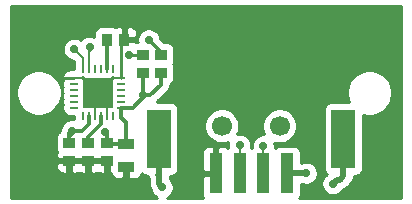
<source format=gtl>
G04 #@! TF.GenerationSoftware,KiCad,Pcbnew,5.1.9-73d0e3b20d~88~ubuntu18.04.1*
G04 #@! TF.CreationDate,2021-03-21T21:22:27-07:00*
G04 #@! TF.ProjectId,accelgyro_mpu6050_d2r2,61636365-6c67-4797-926f-5f6d70753630,rev?*
G04 #@! TF.SameCoordinates,Original*
G04 #@! TF.FileFunction,Copper,L1,Top*
G04 #@! TF.FilePolarity,Positive*
%FSLAX46Y46*%
G04 Gerber Fmt 4.6, Leading zero omitted, Abs format (unit mm)*
G04 Created by KiCad (PCBNEW 5.1.9-73d0e3b20d~88~ubuntu18.04.1) date 2021-03-21 21:22:27*
%MOMM*%
%LPD*%
G01*
G04 APERTURE LIST*
G04 #@! TA.AperFunction,SMDPad,CuDef*
%ADD10R,1.000760X0.899160*%
G04 #@! TD*
G04 #@! TA.AperFunction,SMDPad,CuDef*
%ADD11R,0.899160X1.000760*%
G04 #@! TD*
G04 #@! TA.AperFunction,SMDPad,CuDef*
%ADD12R,2.499360X2.499360*%
G04 #@! TD*
G04 #@! TA.AperFunction,SMDPad,CuDef*
%ADD13O,0.800100X0.248920*%
G04 #@! TD*
G04 #@! TA.AperFunction,SMDPad,CuDef*
%ADD14O,0.248920X0.800100*%
G04 #@! TD*
G04 #@! TA.AperFunction,ComponentPad*
%ADD15C,0.600000*%
G04 #@! TD*
G04 #@! TA.AperFunction,SMDPad,CuDef*
%ADD16R,1.397000X0.889000*%
G04 #@! TD*
G04 #@! TA.AperFunction,SMDPad,CuDef*
%ADD17R,2.000000X5.000000*%
G04 #@! TD*
G04 #@! TA.AperFunction,WasherPad*
%ADD18C,1.700000*%
G04 #@! TD*
G04 #@! TA.AperFunction,SMDPad,CuDef*
%ADD19R,1.120000X3.390000*%
G04 #@! TD*
G04 #@! TA.AperFunction,ViaPad*
%ADD20C,0.700000*%
G04 #@! TD*
G04 #@! TA.AperFunction,Conductor*
%ADD21C,0.300000*%
G04 #@! TD*
G04 #@! TA.AperFunction,Conductor*
%ADD22C,0.200000*%
G04 #@! TD*
G04 #@! TA.AperFunction,Conductor*
%ADD23C,0.500000*%
G04 #@! TD*
G04 #@! TA.AperFunction,Conductor*
%ADD24C,0.250000*%
G04 #@! TD*
G04 #@! TA.AperFunction,Conductor*
%ADD25C,0.254000*%
G04 #@! TD*
G04 #@! TA.AperFunction,Conductor*
%ADD26C,0.150000*%
G04 #@! TD*
G04 APERTURE END LIST*
D10*
X140600000Y-105751840D03*
X140600000Y-104248160D03*
D11*
X145251840Y-95500000D03*
X143748160Y-95500000D03*
D10*
X142200000Y-105751840D03*
X142200000Y-104248160D03*
X143800000Y-105751840D03*
X143800000Y-104248160D03*
D12*
X143000000Y-100000000D03*
D13*
X141001020Y-98750320D03*
X141001020Y-99250700D03*
X141001020Y-99751080D03*
X141001020Y-100248920D03*
X141001020Y-100749300D03*
X141001020Y-101249680D03*
D14*
X141750320Y-101998980D03*
X142250700Y-101998980D03*
X142751080Y-101998980D03*
X143248920Y-101998980D03*
X143749300Y-101998980D03*
X144249680Y-101998980D03*
D13*
X144998980Y-101249680D03*
X144998980Y-100749300D03*
X144998980Y-100248920D03*
X144998980Y-99751080D03*
X144998980Y-99250700D03*
X144998980Y-98750320D03*
D14*
X144249680Y-98001020D03*
X143749300Y-98001020D03*
X143248920Y-98001020D03*
X142751080Y-98001020D03*
X142250700Y-98001020D03*
X141750320Y-98001020D03*
D15*
X143000000Y-100000000D03*
X143762000Y-99238000D03*
X142238000Y-99238000D03*
X143762000Y-100762000D03*
X142238000Y-100762000D03*
D16*
X145400000Y-104347500D03*
X145400000Y-106252500D03*
D17*
X148200000Y-103900000D03*
X163800000Y-103900000D03*
D18*
X153500000Y-102800000D03*
D19*
X153000000Y-106800000D03*
X159000000Y-106800000D03*
X157000000Y-106800000D03*
X155000000Y-106800000D03*
D18*
X158400000Y-102800000D03*
D10*
X146812000Y-96784160D03*
X146812000Y-98287840D03*
X148336000Y-98287840D03*
X148336000Y-96784160D03*
D20*
X155000000Y-104450000D03*
X142300000Y-96150000D03*
X145600000Y-96800000D03*
X157000000Y-104500000D03*
X141000000Y-96300000D03*
X147320000Y-95504000D03*
X146800000Y-100200000D03*
X143600000Y-103300000D03*
X140800000Y-103200000D03*
X160650000Y-106800000D03*
X148450000Y-108000000D03*
X162900000Y-107700000D03*
D21*
X144249680Y-98750320D02*
X143000000Y-100000000D01*
X141750320Y-98750320D02*
X143000000Y-100000000D01*
D22*
X143149250Y-100000000D02*
X143000000Y-100000000D01*
X144398930Y-98750320D02*
X143149250Y-100000000D01*
X144998980Y-98750320D02*
X144398930Y-98750320D01*
X141750320Y-98750320D02*
X142238000Y-99238000D01*
X141001020Y-98750320D02*
X141750320Y-98750320D01*
X142751080Y-100248920D02*
X143000000Y-100000000D01*
X142751080Y-101998980D02*
X142751080Y-100248920D01*
X143749300Y-100749300D02*
X143000000Y-100000000D01*
X143749300Y-101998980D02*
X143749300Y-100749300D01*
D23*
X145400000Y-107197000D02*
X145400000Y-106252500D01*
X145400000Y-107197000D02*
X145147000Y-107450000D01*
X143800000Y-107200000D02*
X143800000Y-105751840D01*
X144050000Y-107450000D02*
X143800000Y-107200000D01*
X144550000Y-107450000D02*
X144050000Y-107450000D01*
X145147000Y-107450000D02*
X144550000Y-107450000D01*
X142200000Y-107200000D02*
X142200000Y-105751840D01*
X142450000Y-107450000D02*
X142200000Y-107200000D01*
X143300000Y-107450000D02*
X142450000Y-107450000D01*
X143300000Y-107450000D02*
X141250000Y-107450000D01*
X144550000Y-107450000D02*
X143300000Y-107450000D01*
X140600000Y-106800000D02*
X140600000Y-105751840D01*
X141250000Y-107450000D02*
X140600000Y-106800000D01*
D24*
X144998980Y-95752860D02*
X145251840Y-95500000D01*
X144998980Y-98750320D02*
X144998980Y-95752860D01*
X141001020Y-98750320D02*
X140150320Y-98750320D01*
D22*
X155000000Y-106800000D02*
X155000000Y-104450000D01*
X142300000Y-96150000D02*
X142250700Y-96899300D01*
X142250700Y-96899300D02*
X142250700Y-98001020D01*
D24*
X146314160Y-96784160D02*
X146812000Y-96784160D01*
X145600000Y-96800000D02*
X146314160Y-96784160D01*
D22*
X157000000Y-106800000D02*
X157000000Y-104500000D01*
X141750320Y-97050320D02*
X141750320Y-98001020D01*
X141000000Y-96300000D02*
X141750320Y-97050320D01*
D24*
X148336000Y-96784160D02*
X148336000Y-96520000D01*
X148336000Y-96520000D02*
X147320000Y-95504000D01*
D21*
X140600000Y-104248160D02*
X140600000Y-103400000D01*
X143800000Y-103500000D02*
X143800000Y-104248160D01*
X143600000Y-103300000D02*
X143800000Y-103500000D01*
X140600000Y-103400000D02*
X140800000Y-103200000D01*
X144998980Y-101249680D02*
X145950320Y-101249680D01*
X145950320Y-101249680D02*
X146900000Y-100300000D01*
X140600000Y-103700000D02*
X140600000Y-104248160D01*
X141100000Y-103200000D02*
X140600000Y-103700000D01*
X141700000Y-103200000D02*
X141100000Y-103200000D01*
X142250700Y-102649300D02*
X141700000Y-103200000D01*
X142250700Y-101998980D02*
X142250700Y-102649300D01*
X143899340Y-104347500D02*
X143800000Y-104248160D01*
X145400000Y-104347500D02*
X143899340Y-104347500D01*
X145400000Y-102500000D02*
X145400000Y-104347500D01*
X144998980Y-102098980D02*
X145400000Y-102500000D01*
X144998980Y-101249680D02*
X144998980Y-102098980D01*
D23*
X159000000Y-106800000D02*
X160650000Y-106800000D01*
D21*
X146800000Y-98324278D02*
X146824219Y-98300059D01*
X146800000Y-100200000D02*
X146800000Y-98324278D01*
X146800000Y-100200000D02*
X147450000Y-100200000D01*
X148336000Y-99314000D02*
X148336000Y-98287840D01*
X147450000Y-100200000D02*
X148336000Y-99314000D01*
X143749300Y-95501140D02*
X143748160Y-95500000D01*
X143749300Y-98001020D02*
X143749300Y-95501140D01*
X142200000Y-103700000D02*
X142200000Y-104248160D01*
X143248920Y-102651080D02*
X142200000Y-103700000D01*
X143248920Y-101998980D02*
X143248920Y-102651080D01*
D23*
X148200000Y-106900000D02*
X148110010Y-106989990D01*
X148200000Y-103900000D02*
X148200000Y-106900000D01*
X148200000Y-106900000D02*
X148200000Y-107750000D01*
X148200000Y-107750000D02*
X148450000Y-108000000D01*
X163249999Y-107350001D02*
X163500001Y-107350001D01*
X162900000Y-107700000D02*
X163249999Y-107350001D01*
X163800000Y-107050002D02*
X163800000Y-103900000D01*
X163500001Y-107350001D02*
X163800000Y-107050002D01*
D25*
X168673000Y-108873000D02*
X160060897Y-108873000D01*
X160083853Y-108845028D01*
X160142075Y-108736103D01*
X160177927Y-108617913D01*
X160190033Y-108495000D01*
X160190033Y-107677000D01*
X160214242Y-107677000D01*
X160365020Y-107739454D01*
X160553774Y-107777000D01*
X160746226Y-107777000D01*
X160934980Y-107739454D01*
X161112783Y-107665806D01*
X161205620Y-107603774D01*
X161923000Y-107603774D01*
X161923000Y-107796226D01*
X161960546Y-107984980D01*
X162034194Y-108162783D01*
X162141115Y-108322801D01*
X162277199Y-108458885D01*
X162437217Y-108565806D01*
X162615020Y-108639454D01*
X162803774Y-108677000D01*
X162996226Y-108677000D01*
X163184980Y-108639454D01*
X163362783Y-108565806D01*
X163522801Y-108458885D01*
X163658885Y-108322801D01*
X163746490Y-108191691D01*
X163837238Y-108164163D01*
X163989593Y-108082728D01*
X164123134Y-107973134D01*
X164150598Y-107939668D01*
X164389665Y-107700601D01*
X164423133Y-107673135D01*
X164532727Y-107539594D01*
X164614162Y-107387239D01*
X164644720Y-107286502D01*
X164664310Y-107221925D01*
X164681243Y-107050002D01*
X164679276Y-107030033D01*
X164800000Y-107030033D01*
X164922913Y-107017927D01*
X165041103Y-106982075D01*
X165150028Y-106923853D01*
X165245501Y-106845501D01*
X165323853Y-106750028D01*
X165382075Y-106641103D01*
X165417927Y-106522913D01*
X165430033Y-106400000D01*
X165430033Y-101849682D01*
X165437915Y-101852947D01*
X165810207Y-101927000D01*
X166189793Y-101927000D01*
X166562085Y-101852947D01*
X166912777Y-101707685D01*
X167228391Y-101496799D01*
X167496799Y-101228391D01*
X167707685Y-100912777D01*
X167852947Y-100562085D01*
X167927000Y-100189793D01*
X167927000Y-99810207D01*
X167852947Y-99437915D01*
X167707685Y-99087223D01*
X167496799Y-98771609D01*
X167228391Y-98503201D01*
X166912777Y-98292315D01*
X166562085Y-98147053D01*
X166189793Y-98073000D01*
X165810207Y-98073000D01*
X165437915Y-98147053D01*
X165087223Y-98292315D01*
X164771609Y-98503201D01*
X164503201Y-98771609D01*
X164292315Y-99087223D01*
X164147053Y-99437915D01*
X164073000Y-99810207D01*
X164073000Y-100189793D01*
X164147053Y-100562085D01*
X164233161Y-100769967D01*
X162800000Y-100769967D01*
X162677087Y-100782073D01*
X162558897Y-100817925D01*
X162449972Y-100876147D01*
X162354499Y-100954499D01*
X162276147Y-101049972D01*
X162217925Y-101158897D01*
X162182073Y-101277087D01*
X162169967Y-101400000D01*
X162169967Y-106400000D01*
X162182073Y-106522913D01*
X162217925Y-106641103D01*
X162276147Y-106750028D01*
X162354499Y-106845501D01*
X162384028Y-106869734D01*
X162277199Y-106941115D01*
X162141115Y-107077199D01*
X162034194Y-107237217D01*
X161960546Y-107415020D01*
X161923000Y-107603774D01*
X161205620Y-107603774D01*
X161272801Y-107558885D01*
X161408885Y-107422801D01*
X161515806Y-107262783D01*
X161589454Y-107084980D01*
X161627000Y-106896226D01*
X161627000Y-106703774D01*
X161589454Y-106515020D01*
X161515806Y-106337217D01*
X161408885Y-106177199D01*
X161272801Y-106041115D01*
X161112783Y-105934194D01*
X160934980Y-105860546D01*
X160746226Y-105823000D01*
X160553774Y-105823000D01*
X160365020Y-105860546D01*
X160214242Y-105923000D01*
X160190033Y-105923000D01*
X160190033Y-105105000D01*
X160177927Y-104982087D01*
X160142075Y-104863897D01*
X160083853Y-104754972D01*
X160005501Y-104659499D01*
X159910028Y-104581147D01*
X159801103Y-104522925D01*
X159682913Y-104487073D01*
X159560000Y-104474967D01*
X158440000Y-104474967D01*
X158317087Y-104487073D01*
X158198897Y-104522925D01*
X158089972Y-104581147D01*
X158000000Y-104654984D01*
X157970180Y-104630512D01*
X157977000Y-104596226D01*
X157977000Y-104403774D01*
X157939454Y-104215020D01*
X157935909Y-104206461D01*
X157969175Y-104220240D01*
X158254528Y-104277000D01*
X158545472Y-104277000D01*
X158830825Y-104220240D01*
X159099622Y-104108901D01*
X159341533Y-103947261D01*
X159547261Y-103741533D01*
X159708901Y-103499622D01*
X159820240Y-103230825D01*
X159877000Y-102945472D01*
X159877000Y-102654528D01*
X159820240Y-102369175D01*
X159708901Y-102100378D01*
X159547261Y-101858467D01*
X159341533Y-101652739D01*
X159099622Y-101491099D01*
X158830825Y-101379760D01*
X158545472Y-101323000D01*
X158254528Y-101323000D01*
X157969175Y-101379760D01*
X157700378Y-101491099D01*
X157458467Y-101652739D01*
X157252739Y-101858467D01*
X157091099Y-102100378D01*
X156979760Y-102369175D01*
X156923000Y-102654528D01*
X156923000Y-102945472D01*
X156979760Y-103230825D01*
X157091099Y-103499622D01*
X157108328Y-103525407D01*
X157096226Y-103523000D01*
X156903774Y-103523000D01*
X156715020Y-103560546D01*
X156537217Y-103634194D01*
X156377199Y-103741115D01*
X156241115Y-103877199D01*
X156134194Y-104037217D01*
X156060546Y-104215020D01*
X156023000Y-104403774D01*
X156023000Y-104596226D01*
X156029820Y-104630512D01*
X156000000Y-104654984D01*
X155961630Y-104623495D01*
X155977000Y-104546226D01*
X155977000Y-104353774D01*
X155939454Y-104165020D01*
X155865806Y-103987217D01*
X155758885Y-103827199D01*
X155622801Y-103691115D01*
X155462783Y-103584194D01*
X155284980Y-103510546D01*
X155096226Y-103473000D01*
X154903774Y-103473000D01*
X154812400Y-103491176D01*
X154920240Y-103230825D01*
X154977000Y-102945472D01*
X154977000Y-102654528D01*
X154920240Y-102369175D01*
X154808901Y-102100378D01*
X154647261Y-101858467D01*
X154441533Y-101652739D01*
X154199622Y-101491099D01*
X153930825Y-101379760D01*
X153645472Y-101323000D01*
X153354528Y-101323000D01*
X153069175Y-101379760D01*
X152800378Y-101491099D01*
X152558467Y-101652739D01*
X152352739Y-101858467D01*
X152191099Y-102100378D01*
X152079760Y-102369175D01*
X152023000Y-102654528D01*
X152023000Y-102945472D01*
X152079760Y-103230825D01*
X152191099Y-103499622D01*
X152352739Y-103741533D01*
X152558467Y-103947261D01*
X152800378Y-104108901D01*
X153069175Y-104220240D01*
X153354528Y-104277000D01*
X153645472Y-104277000D01*
X153930825Y-104220240D01*
X154060223Y-104166642D01*
X154023000Y-104353774D01*
X154023000Y-104546226D01*
X154038370Y-104623495D01*
X154006305Y-104649810D01*
X153914494Y-104574463D01*
X153804180Y-104515498D01*
X153684482Y-104479188D01*
X153560000Y-104466928D01*
X153285750Y-104470000D01*
X153127000Y-104628750D01*
X153127000Y-106673000D01*
X153147000Y-106673000D01*
X153147000Y-106927000D01*
X153127000Y-106927000D01*
X153127000Y-106947000D01*
X152873000Y-106947000D01*
X152873000Y-106927000D01*
X151963750Y-106927000D01*
X151805000Y-107085750D01*
X151801928Y-108495000D01*
X151814188Y-108619482D01*
X151850498Y-108739180D01*
X151909463Y-108849494D01*
X151928754Y-108873000D01*
X148895415Y-108873000D01*
X148912783Y-108865806D01*
X149072801Y-108758885D01*
X149208885Y-108622801D01*
X149315806Y-108462783D01*
X149389454Y-108284980D01*
X149427000Y-108096226D01*
X149427000Y-107903774D01*
X149389454Y-107715020D01*
X149315806Y-107537217D01*
X149208885Y-107377199D01*
X149077000Y-107245314D01*
X149077000Y-107030033D01*
X149200000Y-107030033D01*
X149322913Y-107017927D01*
X149441103Y-106982075D01*
X149550028Y-106923853D01*
X149645501Y-106845501D01*
X149723853Y-106750028D01*
X149782075Y-106641103D01*
X149817927Y-106522913D01*
X149830033Y-106400000D01*
X149830033Y-105105000D01*
X151801928Y-105105000D01*
X151805000Y-106514250D01*
X151963750Y-106673000D01*
X152873000Y-106673000D01*
X152873000Y-104628750D01*
X152714250Y-104470000D01*
X152440000Y-104466928D01*
X152315518Y-104479188D01*
X152195820Y-104515498D01*
X152085506Y-104574463D01*
X151988815Y-104653815D01*
X151909463Y-104750506D01*
X151850498Y-104860820D01*
X151814188Y-104980518D01*
X151801928Y-105105000D01*
X149830033Y-105105000D01*
X149830033Y-101400000D01*
X149817927Y-101277087D01*
X149782075Y-101158897D01*
X149723853Y-101049972D01*
X149645501Y-100954499D01*
X149550028Y-100876147D01*
X149441103Y-100817925D01*
X149322913Y-100782073D01*
X149200000Y-100769967D01*
X147980284Y-100769967D01*
X148002080Y-100752080D01*
X148026412Y-100722431D01*
X148858437Y-99890407D01*
X148888080Y-99866080D01*
X148912409Y-99836435D01*
X148985177Y-99747767D01*
X149057327Y-99612784D01*
X149060062Y-99603768D01*
X149101757Y-99466319D01*
X149113000Y-99352166D01*
X149113000Y-99352157D01*
X149116758Y-99314001D01*
X149115308Y-99299277D01*
X149186408Y-99261273D01*
X149281881Y-99182921D01*
X149360233Y-99087448D01*
X149418455Y-98978523D01*
X149454307Y-98860333D01*
X149466413Y-98737420D01*
X149466413Y-97838260D01*
X149454307Y-97715347D01*
X149418455Y-97597157D01*
X149385766Y-97536000D01*
X149418455Y-97474843D01*
X149454307Y-97356653D01*
X149466413Y-97233740D01*
X149466413Y-96334580D01*
X149454307Y-96211667D01*
X149418455Y-96093477D01*
X149360233Y-95984552D01*
X149281881Y-95889079D01*
X149186408Y-95810727D01*
X149077483Y-95752505D01*
X148959293Y-95716653D01*
X148836380Y-95704547D01*
X148584036Y-95704547D01*
X148297000Y-95417512D01*
X148297000Y-95407774D01*
X148259454Y-95219020D01*
X148185806Y-95041217D01*
X148078885Y-94881199D01*
X147942801Y-94745115D01*
X147782783Y-94638194D01*
X147604980Y-94564546D01*
X147416226Y-94527000D01*
X147223774Y-94527000D01*
X147035020Y-94564546D01*
X146857217Y-94638194D01*
X146697199Y-94745115D01*
X146561115Y-94881199D01*
X146454194Y-95041217D01*
X146380546Y-95219020D01*
X146343000Y-95407774D01*
X146343000Y-95600226D01*
X146363751Y-95704547D01*
X146311620Y-95704547D01*
X146260274Y-95709604D01*
X146177670Y-95627000D01*
X145378840Y-95627000D01*
X145378840Y-95647000D01*
X145124840Y-95647000D01*
X145124840Y-95627000D01*
X145104840Y-95627000D01*
X145104840Y-95373000D01*
X145124840Y-95373000D01*
X145124840Y-94523370D01*
X145378840Y-94523370D01*
X145378840Y-95373000D01*
X146177670Y-95373000D01*
X146336420Y-95214250D01*
X146339492Y-94999620D01*
X146327232Y-94875138D01*
X146290922Y-94755440D01*
X146231957Y-94645126D01*
X146152605Y-94548435D01*
X146055914Y-94469083D01*
X145945600Y-94410118D01*
X145825902Y-94373808D01*
X145701420Y-94361548D01*
X145537590Y-94364620D01*
X145378840Y-94523370D01*
X145124840Y-94523370D01*
X144966090Y-94364620D01*
X144802260Y-94361548D01*
X144677778Y-94373808D01*
X144558080Y-94410118D01*
X144491514Y-94445699D01*
X144438843Y-94417545D01*
X144320653Y-94381693D01*
X144197740Y-94369587D01*
X143298580Y-94369587D01*
X143175667Y-94381693D01*
X143057477Y-94417545D01*
X142948552Y-94475767D01*
X142853079Y-94554119D01*
X142774727Y-94649592D01*
X142716505Y-94758517D01*
X142680653Y-94876707D01*
X142668547Y-94999620D01*
X142668547Y-95245160D01*
X142584980Y-95210546D01*
X142396226Y-95173000D01*
X142203774Y-95173000D01*
X142015020Y-95210546D01*
X141837217Y-95284194D01*
X141677199Y-95391115D01*
X141565492Y-95502822D01*
X141462783Y-95434194D01*
X141284980Y-95360546D01*
X141096226Y-95323000D01*
X140903774Y-95323000D01*
X140715020Y-95360546D01*
X140537217Y-95434194D01*
X140377199Y-95541115D01*
X140241115Y-95677199D01*
X140134194Y-95837217D01*
X140060546Y-96015020D01*
X140023000Y-96203774D01*
X140023000Y-96396226D01*
X140060546Y-96584980D01*
X140134194Y-96762783D01*
X140241115Y-96922801D01*
X140377199Y-97058885D01*
X140537217Y-97165806D01*
X140715020Y-97239454D01*
X140903774Y-97277000D01*
X140948867Y-97277000D01*
X141023320Y-97351454D01*
X141023321Y-97533329D01*
X141009734Y-97578118D01*
X140998860Y-97688523D01*
X140998860Y-97990860D01*
X140598430Y-97990860D01*
X140452707Y-98030229D01*
X140317465Y-98097271D01*
X140197900Y-98189409D01*
X140098608Y-98303103D01*
X140023405Y-98433983D01*
X139975320Y-98631514D01*
X140124720Y-98750320D01*
X139975320Y-98869126D01*
X140011198Y-99016511D01*
X139984844Y-99103388D01*
X139970335Y-99250700D01*
X139984844Y-99398012D01*
X140016052Y-99500890D01*
X139984844Y-99603768D01*
X139970335Y-99751080D01*
X139984844Y-99898392D01*
X140015666Y-100000000D01*
X139984844Y-100101608D01*
X139970335Y-100248920D01*
X139984844Y-100396232D01*
X140016052Y-100499110D01*
X139984844Y-100601988D01*
X139970335Y-100749300D01*
X139984844Y-100896612D01*
X140016052Y-100999490D01*
X139984844Y-101102368D01*
X139970335Y-101249680D01*
X139984844Y-101396992D01*
X140027813Y-101538642D01*
X140097591Y-101669188D01*
X140191497Y-101783613D01*
X140305922Y-101877519D01*
X140436468Y-101947297D01*
X140578118Y-101990266D01*
X140688523Y-102001140D01*
X140998860Y-102001140D01*
X140998860Y-102243415D01*
X140896226Y-102223000D01*
X140703774Y-102223000D01*
X140515020Y-102260546D01*
X140337217Y-102334194D01*
X140177199Y-102441115D01*
X140041115Y-102577199D01*
X139934194Y-102737217D01*
X139860546Y-102915020D01*
X139823000Y-103103774D01*
X139823000Y-103235489D01*
X139749592Y-103274727D01*
X139654119Y-103353079D01*
X139575767Y-103448552D01*
X139517545Y-103557477D01*
X139481693Y-103675667D01*
X139469587Y-103798580D01*
X139469587Y-104697740D01*
X139481693Y-104820653D01*
X139517545Y-104938843D01*
X139545699Y-104991514D01*
X139510118Y-105058080D01*
X139473808Y-105177778D01*
X139461548Y-105302260D01*
X139464620Y-105466090D01*
X139623370Y-105624840D01*
X140473000Y-105624840D01*
X140473000Y-105604840D01*
X140727000Y-105604840D01*
X140727000Y-105624840D01*
X142073000Y-105624840D01*
X142073000Y-105604840D01*
X142327000Y-105604840D01*
X142327000Y-105624840D01*
X143673000Y-105624840D01*
X143673000Y-105604840D01*
X143927000Y-105604840D01*
X143927000Y-105624840D01*
X143947000Y-105624840D01*
X143947000Y-105878840D01*
X143927000Y-105878840D01*
X143927000Y-106677670D01*
X144077811Y-106828481D01*
X144111998Y-106941180D01*
X144170963Y-107051494D01*
X144250315Y-107148185D01*
X144347006Y-107227537D01*
X144457320Y-107286502D01*
X144577018Y-107322812D01*
X144701500Y-107335072D01*
X145114250Y-107332000D01*
X145273000Y-107173250D01*
X145273000Y-106379500D01*
X145253000Y-106379500D01*
X145253000Y-106125500D01*
X145273000Y-106125500D01*
X145273000Y-106105500D01*
X145527000Y-106105500D01*
X145527000Y-106125500D01*
X145547000Y-106125500D01*
X145547000Y-106379500D01*
X145527000Y-106379500D01*
X145527000Y-107173250D01*
X145685750Y-107332000D01*
X146098500Y-107335072D01*
X146222982Y-107322812D01*
X146342680Y-107286502D01*
X146452994Y-107227537D01*
X146549685Y-107148185D01*
X146629037Y-107051494D01*
X146688002Y-106941180D01*
X146724312Y-106821482D01*
X146725434Y-106810085D01*
X146754499Y-106845501D01*
X146849972Y-106923853D01*
X146958897Y-106982075D01*
X147077087Y-107017927D01*
X147200000Y-107030033D01*
X147232711Y-107030033D01*
X147245700Y-107161912D01*
X147295848Y-107327226D01*
X147323000Y-107378024D01*
X147323000Y-107706921D01*
X147318757Y-107750000D01*
X147335690Y-107921922D01*
X147385838Y-108087236D01*
X147467274Y-108239592D01*
X147516684Y-108299799D01*
X147584194Y-108462783D01*
X147691115Y-108622801D01*
X147827199Y-108758885D01*
X147987217Y-108865806D01*
X148004585Y-108873000D01*
X135677000Y-108873000D01*
X135677000Y-106201420D01*
X139461548Y-106201420D01*
X139473808Y-106325902D01*
X139510118Y-106445600D01*
X139569083Y-106555914D01*
X139648435Y-106652605D01*
X139745126Y-106731957D01*
X139855440Y-106790922D01*
X139975138Y-106827232D01*
X140099620Y-106839492D01*
X140314250Y-106836420D01*
X140473000Y-106677670D01*
X140473000Y-105878840D01*
X140727000Y-105878840D01*
X140727000Y-106677670D01*
X140885750Y-106836420D01*
X141100380Y-106839492D01*
X141224862Y-106827232D01*
X141344560Y-106790922D01*
X141400000Y-106761288D01*
X141455440Y-106790922D01*
X141575138Y-106827232D01*
X141699620Y-106839492D01*
X141914250Y-106836420D01*
X142073000Y-106677670D01*
X142073000Y-105878840D01*
X142327000Y-105878840D01*
X142327000Y-106677670D01*
X142485750Y-106836420D01*
X142700380Y-106839492D01*
X142824862Y-106827232D01*
X142944560Y-106790922D01*
X143000000Y-106761288D01*
X143055440Y-106790922D01*
X143175138Y-106827232D01*
X143299620Y-106839492D01*
X143514250Y-106836420D01*
X143673000Y-106677670D01*
X143673000Y-105878840D01*
X142327000Y-105878840D01*
X142073000Y-105878840D01*
X140727000Y-105878840D01*
X140473000Y-105878840D01*
X139623370Y-105878840D01*
X139464620Y-106037590D01*
X139461548Y-106201420D01*
X135677000Y-106201420D01*
X135677000Y-99810207D01*
X136073000Y-99810207D01*
X136073000Y-100189793D01*
X136147053Y-100562085D01*
X136292315Y-100912777D01*
X136503201Y-101228391D01*
X136771609Y-101496799D01*
X137087223Y-101707685D01*
X137437915Y-101852947D01*
X137810207Y-101927000D01*
X138189793Y-101927000D01*
X138562085Y-101852947D01*
X138912777Y-101707685D01*
X139228391Y-101496799D01*
X139496799Y-101228391D01*
X139707685Y-100912777D01*
X139852947Y-100562085D01*
X139927000Y-100189793D01*
X139927000Y-99810207D01*
X139852947Y-99437915D01*
X139707685Y-99087223D01*
X139496799Y-98771609D01*
X139228391Y-98503201D01*
X138912777Y-98292315D01*
X138562085Y-98147053D01*
X138189793Y-98073000D01*
X137810207Y-98073000D01*
X137437915Y-98147053D01*
X137087223Y-98292315D01*
X136771609Y-98503201D01*
X136503201Y-98771609D01*
X136292315Y-99087223D01*
X136147053Y-99437915D01*
X136073000Y-99810207D01*
X135677000Y-99810207D01*
X135677000Y-92677000D01*
X168673000Y-92677000D01*
X168673000Y-108873000D01*
G04 #@! TA.AperFunction,Conductor*
D26*
G36*
X168673000Y-108873000D02*
G01*
X160060897Y-108873000D01*
X160083853Y-108845028D01*
X160142075Y-108736103D01*
X160177927Y-108617913D01*
X160190033Y-108495000D01*
X160190033Y-107677000D01*
X160214242Y-107677000D01*
X160365020Y-107739454D01*
X160553774Y-107777000D01*
X160746226Y-107777000D01*
X160934980Y-107739454D01*
X161112783Y-107665806D01*
X161205620Y-107603774D01*
X161923000Y-107603774D01*
X161923000Y-107796226D01*
X161960546Y-107984980D01*
X162034194Y-108162783D01*
X162141115Y-108322801D01*
X162277199Y-108458885D01*
X162437217Y-108565806D01*
X162615020Y-108639454D01*
X162803774Y-108677000D01*
X162996226Y-108677000D01*
X163184980Y-108639454D01*
X163362783Y-108565806D01*
X163522801Y-108458885D01*
X163658885Y-108322801D01*
X163746490Y-108191691D01*
X163837238Y-108164163D01*
X163989593Y-108082728D01*
X164123134Y-107973134D01*
X164150598Y-107939668D01*
X164389665Y-107700601D01*
X164423133Y-107673135D01*
X164532727Y-107539594D01*
X164614162Y-107387239D01*
X164644720Y-107286502D01*
X164664310Y-107221925D01*
X164681243Y-107050002D01*
X164679276Y-107030033D01*
X164800000Y-107030033D01*
X164922913Y-107017927D01*
X165041103Y-106982075D01*
X165150028Y-106923853D01*
X165245501Y-106845501D01*
X165323853Y-106750028D01*
X165382075Y-106641103D01*
X165417927Y-106522913D01*
X165430033Y-106400000D01*
X165430033Y-101849682D01*
X165437915Y-101852947D01*
X165810207Y-101927000D01*
X166189793Y-101927000D01*
X166562085Y-101852947D01*
X166912777Y-101707685D01*
X167228391Y-101496799D01*
X167496799Y-101228391D01*
X167707685Y-100912777D01*
X167852947Y-100562085D01*
X167927000Y-100189793D01*
X167927000Y-99810207D01*
X167852947Y-99437915D01*
X167707685Y-99087223D01*
X167496799Y-98771609D01*
X167228391Y-98503201D01*
X166912777Y-98292315D01*
X166562085Y-98147053D01*
X166189793Y-98073000D01*
X165810207Y-98073000D01*
X165437915Y-98147053D01*
X165087223Y-98292315D01*
X164771609Y-98503201D01*
X164503201Y-98771609D01*
X164292315Y-99087223D01*
X164147053Y-99437915D01*
X164073000Y-99810207D01*
X164073000Y-100189793D01*
X164147053Y-100562085D01*
X164233161Y-100769967D01*
X162800000Y-100769967D01*
X162677087Y-100782073D01*
X162558897Y-100817925D01*
X162449972Y-100876147D01*
X162354499Y-100954499D01*
X162276147Y-101049972D01*
X162217925Y-101158897D01*
X162182073Y-101277087D01*
X162169967Y-101400000D01*
X162169967Y-106400000D01*
X162182073Y-106522913D01*
X162217925Y-106641103D01*
X162276147Y-106750028D01*
X162354499Y-106845501D01*
X162384028Y-106869734D01*
X162277199Y-106941115D01*
X162141115Y-107077199D01*
X162034194Y-107237217D01*
X161960546Y-107415020D01*
X161923000Y-107603774D01*
X161205620Y-107603774D01*
X161272801Y-107558885D01*
X161408885Y-107422801D01*
X161515806Y-107262783D01*
X161589454Y-107084980D01*
X161627000Y-106896226D01*
X161627000Y-106703774D01*
X161589454Y-106515020D01*
X161515806Y-106337217D01*
X161408885Y-106177199D01*
X161272801Y-106041115D01*
X161112783Y-105934194D01*
X160934980Y-105860546D01*
X160746226Y-105823000D01*
X160553774Y-105823000D01*
X160365020Y-105860546D01*
X160214242Y-105923000D01*
X160190033Y-105923000D01*
X160190033Y-105105000D01*
X160177927Y-104982087D01*
X160142075Y-104863897D01*
X160083853Y-104754972D01*
X160005501Y-104659499D01*
X159910028Y-104581147D01*
X159801103Y-104522925D01*
X159682913Y-104487073D01*
X159560000Y-104474967D01*
X158440000Y-104474967D01*
X158317087Y-104487073D01*
X158198897Y-104522925D01*
X158089972Y-104581147D01*
X158000000Y-104654984D01*
X157970180Y-104630512D01*
X157977000Y-104596226D01*
X157977000Y-104403774D01*
X157939454Y-104215020D01*
X157935909Y-104206461D01*
X157969175Y-104220240D01*
X158254528Y-104277000D01*
X158545472Y-104277000D01*
X158830825Y-104220240D01*
X159099622Y-104108901D01*
X159341533Y-103947261D01*
X159547261Y-103741533D01*
X159708901Y-103499622D01*
X159820240Y-103230825D01*
X159877000Y-102945472D01*
X159877000Y-102654528D01*
X159820240Y-102369175D01*
X159708901Y-102100378D01*
X159547261Y-101858467D01*
X159341533Y-101652739D01*
X159099622Y-101491099D01*
X158830825Y-101379760D01*
X158545472Y-101323000D01*
X158254528Y-101323000D01*
X157969175Y-101379760D01*
X157700378Y-101491099D01*
X157458467Y-101652739D01*
X157252739Y-101858467D01*
X157091099Y-102100378D01*
X156979760Y-102369175D01*
X156923000Y-102654528D01*
X156923000Y-102945472D01*
X156979760Y-103230825D01*
X157091099Y-103499622D01*
X157108328Y-103525407D01*
X157096226Y-103523000D01*
X156903774Y-103523000D01*
X156715020Y-103560546D01*
X156537217Y-103634194D01*
X156377199Y-103741115D01*
X156241115Y-103877199D01*
X156134194Y-104037217D01*
X156060546Y-104215020D01*
X156023000Y-104403774D01*
X156023000Y-104596226D01*
X156029820Y-104630512D01*
X156000000Y-104654984D01*
X155961630Y-104623495D01*
X155977000Y-104546226D01*
X155977000Y-104353774D01*
X155939454Y-104165020D01*
X155865806Y-103987217D01*
X155758885Y-103827199D01*
X155622801Y-103691115D01*
X155462783Y-103584194D01*
X155284980Y-103510546D01*
X155096226Y-103473000D01*
X154903774Y-103473000D01*
X154812400Y-103491176D01*
X154920240Y-103230825D01*
X154977000Y-102945472D01*
X154977000Y-102654528D01*
X154920240Y-102369175D01*
X154808901Y-102100378D01*
X154647261Y-101858467D01*
X154441533Y-101652739D01*
X154199622Y-101491099D01*
X153930825Y-101379760D01*
X153645472Y-101323000D01*
X153354528Y-101323000D01*
X153069175Y-101379760D01*
X152800378Y-101491099D01*
X152558467Y-101652739D01*
X152352739Y-101858467D01*
X152191099Y-102100378D01*
X152079760Y-102369175D01*
X152023000Y-102654528D01*
X152023000Y-102945472D01*
X152079760Y-103230825D01*
X152191099Y-103499622D01*
X152352739Y-103741533D01*
X152558467Y-103947261D01*
X152800378Y-104108901D01*
X153069175Y-104220240D01*
X153354528Y-104277000D01*
X153645472Y-104277000D01*
X153930825Y-104220240D01*
X154060223Y-104166642D01*
X154023000Y-104353774D01*
X154023000Y-104546226D01*
X154038370Y-104623495D01*
X154006305Y-104649810D01*
X153914494Y-104574463D01*
X153804180Y-104515498D01*
X153684482Y-104479188D01*
X153560000Y-104466928D01*
X153285750Y-104470000D01*
X153127000Y-104628750D01*
X153127000Y-106673000D01*
X153147000Y-106673000D01*
X153147000Y-106927000D01*
X153127000Y-106927000D01*
X153127000Y-106947000D01*
X152873000Y-106947000D01*
X152873000Y-106927000D01*
X151963750Y-106927000D01*
X151805000Y-107085750D01*
X151801928Y-108495000D01*
X151814188Y-108619482D01*
X151850498Y-108739180D01*
X151909463Y-108849494D01*
X151928754Y-108873000D01*
X148895415Y-108873000D01*
X148912783Y-108865806D01*
X149072801Y-108758885D01*
X149208885Y-108622801D01*
X149315806Y-108462783D01*
X149389454Y-108284980D01*
X149427000Y-108096226D01*
X149427000Y-107903774D01*
X149389454Y-107715020D01*
X149315806Y-107537217D01*
X149208885Y-107377199D01*
X149077000Y-107245314D01*
X149077000Y-107030033D01*
X149200000Y-107030033D01*
X149322913Y-107017927D01*
X149441103Y-106982075D01*
X149550028Y-106923853D01*
X149645501Y-106845501D01*
X149723853Y-106750028D01*
X149782075Y-106641103D01*
X149817927Y-106522913D01*
X149830033Y-106400000D01*
X149830033Y-105105000D01*
X151801928Y-105105000D01*
X151805000Y-106514250D01*
X151963750Y-106673000D01*
X152873000Y-106673000D01*
X152873000Y-104628750D01*
X152714250Y-104470000D01*
X152440000Y-104466928D01*
X152315518Y-104479188D01*
X152195820Y-104515498D01*
X152085506Y-104574463D01*
X151988815Y-104653815D01*
X151909463Y-104750506D01*
X151850498Y-104860820D01*
X151814188Y-104980518D01*
X151801928Y-105105000D01*
X149830033Y-105105000D01*
X149830033Y-101400000D01*
X149817927Y-101277087D01*
X149782075Y-101158897D01*
X149723853Y-101049972D01*
X149645501Y-100954499D01*
X149550028Y-100876147D01*
X149441103Y-100817925D01*
X149322913Y-100782073D01*
X149200000Y-100769967D01*
X147980284Y-100769967D01*
X148002080Y-100752080D01*
X148026412Y-100722431D01*
X148858437Y-99890407D01*
X148888080Y-99866080D01*
X148912409Y-99836435D01*
X148985177Y-99747767D01*
X149057327Y-99612784D01*
X149060062Y-99603768D01*
X149101757Y-99466319D01*
X149113000Y-99352166D01*
X149113000Y-99352157D01*
X149116758Y-99314001D01*
X149115308Y-99299277D01*
X149186408Y-99261273D01*
X149281881Y-99182921D01*
X149360233Y-99087448D01*
X149418455Y-98978523D01*
X149454307Y-98860333D01*
X149466413Y-98737420D01*
X149466413Y-97838260D01*
X149454307Y-97715347D01*
X149418455Y-97597157D01*
X149385766Y-97536000D01*
X149418455Y-97474843D01*
X149454307Y-97356653D01*
X149466413Y-97233740D01*
X149466413Y-96334580D01*
X149454307Y-96211667D01*
X149418455Y-96093477D01*
X149360233Y-95984552D01*
X149281881Y-95889079D01*
X149186408Y-95810727D01*
X149077483Y-95752505D01*
X148959293Y-95716653D01*
X148836380Y-95704547D01*
X148584036Y-95704547D01*
X148297000Y-95417512D01*
X148297000Y-95407774D01*
X148259454Y-95219020D01*
X148185806Y-95041217D01*
X148078885Y-94881199D01*
X147942801Y-94745115D01*
X147782783Y-94638194D01*
X147604980Y-94564546D01*
X147416226Y-94527000D01*
X147223774Y-94527000D01*
X147035020Y-94564546D01*
X146857217Y-94638194D01*
X146697199Y-94745115D01*
X146561115Y-94881199D01*
X146454194Y-95041217D01*
X146380546Y-95219020D01*
X146343000Y-95407774D01*
X146343000Y-95600226D01*
X146363751Y-95704547D01*
X146311620Y-95704547D01*
X146260274Y-95709604D01*
X146177670Y-95627000D01*
X145378840Y-95627000D01*
X145378840Y-95647000D01*
X145124840Y-95647000D01*
X145124840Y-95627000D01*
X145104840Y-95627000D01*
X145104840Y-95373000D01*
X145124840Y-95373000D01*
X145124840Y-94523370D01*
X145378840Y-94523370D01*
X145378840Y-95373000D01*
X146177670Y-95373000D01*
X146336420Y-95214250D01*
X146339492Y-94999620D01*
X146327232Y-94875138D01*
X146290922Y-94755440D01*
X146231957Y-94645126D01*
X146152605Y-94548435D01*
X146055914Y-94469083D01*
X145945600Y-94410118D01*
X145825902Y-94373808D01*
X145701420Y-94361548D01*
X145537590Y-94364620D01*
X145378840Y-94523370D01*
X145124840Y-94523370D01*
X144966090Y-94364620D01*
X144802260Y-94361548D01*
X144677778Y-94373808D01*
X144558080Y-94410118D01*
X144491514Y-94445699D01*
X144438843Y-94417545D01*
X144320653Y-94381693D01*
X144197740Y-94369587D01*
X143298580Y-94369587D01*
X143175667Y-94381693D01*
X143057477Y-94417545D01*
X142948552Y-94475767D01*
X142853079Y-94554119D01*
X142774727Y-94649592D01*
X142716505Y-94758517D01*
X142680653Y-94876707D01*
X142668547Y-94999620D01*
X142668547Y-95245160D01*
X142584980Y-95210546D01*
X142396226Y-95173000D01*
X142203774Y-95173000D01*
X142015020Y-95210546D01*
X141837217Y-95284194D01*
X141677199Y-95391115D01*
X141565492Y-95502822D01*
X141462783Y-95434194D01*
X141284980Y-95360546D01*
X141096226Y-95323000D01*
X140903774Y-95323000D01*
X140715020Y-95360546D01*
X140537217Y-95434194D01*
X140377199Y-95541115D01*
X140241115Y-95677199D01*
X140134194Y-95837217D01*
X140060546Y-96015020D01*
X140023000Y-96203774D01*
X140023000Y-96396226D01*
X140060546Y-96584980D01*
X140134194Y-96762783D01*
X140241115Y-96922801D01*
X140377199Y-97058885D01*
X140537217Y-97165806D01*
X140715020Y-97239454D01*
X140903774Y-97277000D01*
X140948867Y-97277000D01*
X141023320Y-97351454D01*
X141023321Y-97533329D01*
X141009734Y-97578118D01*
X140998860Y-97688523D01*
X140998860Y-97990860D01*
X140598430Y-97990860D01*
X140452707Y-98030229D01*
X140317465Y-98097271D01*
X140197900Y-98189409D01*
X140098608Y-98303103D01*
X140023405Y-98433983D01*
X139975320Y-98631514D01*
X140124720Y-98750320D01*
X139975320Y-98869126D01*
X140011198Y-99016511D01*
X139984844Y-99103388D01*
X139970335Y-99250700D01*
X139984844Y-99398012D01*
X140016052Y-99500890D01*
X139984844Y-99603768D01*
X139970335Y-99751080D01*
X139984844Y-99898392D01*
X140015666Y-100000000D01*
X139984844Y-100101608D01*
X139970335Y-100248920D01*
X139984844Y-100396232D01*
X140016052Y-100499110D01*
X139984844Y-100601988D01*
X139970335Y-100749300D01*
X139984844Y-100896612D01*
X140016052Y-100999490D01*
X139984844Y-101102368D01*
X139970335Y-101249680D01*
X139984844Y-101396992D01*
X140027813Y-101538642D01*
X140097591Y-101669188D01*
X140191497Y-101783613D01*
X140305922Y-101877519D01*
X140436468Y-101947297D01*
X140578118Y-101990266D01*
X140688523Y-102001140D01*
X140998860Y-102001140D01*
X140998860Y-102243415D01*
X140896226Y-102223000D01*
X140703774Y-102223000D01*
X140515020Y-102260546D01*
X140337217Y-102334194D01*
X140177199Y-102441115D01*
X140041115Y-102577199D01*
X139934194Y-102737217D01*
X139860546Y-102915020D01*
X139823000Y-103103774D01*
X139823000Y-103235489D01*
X139749592Y-103274727D01*
X139654119Y-103353079D01*
X139575767Y-103448552D01*
X139517545Y-103557477D01*
X139481693Y-103675667D01*
X139469587Y-103798580D01*
X139469587Y-104697740D01*
X139481693Y-104820653D01*
X139517545Y-104938843D01*
X139545699Y-104991514D01*
X139510118Y-105058080D01*
X139473808Y-105177778D01*
X139461548Y-105302260D01*
X139464620Y-105466090D01*
X139623370Y-105624840D01*
X140473000Y-105624840D01*
X140473000Y-105604840D01*
X140727000Y-105604840D01*
X140727000Y-105624840D01*
X142073000Y-105624840D01*
X142073000Y-105604840D01*
X142327000Y-105604840D01*
X142327000Y-105624840D01*
X143673000Y-105624840D01*
X143673000Y-105604840D01*
X143927000Y-105604840D01*
X143927000Y-105624840D01*
X143947000Y-105624840D01*
X143947000Y-105878840D01*
X143927000Y-105878840D01*
X143927000Y-106677670D01*
X144077811Y-106828481D01*
X144111998Y-106941180D01*
X144170963Y-107051494D01*
X144250315Y-107148185D01*
X144347006Y-107227537D01*
X144457320Y-107286502D01*
X144577018Y-107322812D01*
X144701500Y-107335072D01*
X145114250Y-107332000D01*
X145273000Y-107173250D01*
X145273000Y-106379500D01*
X145253000Y-106379500D01*
X145253000Y-106125500D01*
X145273000Y-106125500D01*
X145273000Y-106105500D01*
X145527000Y-106105500D01*
X145527000Y-106125500D01*
X145547000Y-106125500D01*
X145547000Y-106379500D01*
X145527000Y-106379500D01*
X145527000Y-107173250D01*
X145685750Y-107332000D01*
X146098500Y-107335072D01*
X146222982Y-107322812D01*
X146342680Y-107286502D01*
X146452994Y-107227537D01*
X146549685Y-107148185D01*
X146629037Y-107051494D01*
X146688002Y-106941180D01*
X146724312Y-106821482D01*
X146725434Y-106810085D01*
X146754499Y-106845501D01*
X146849972Y-106923853D01*
X146958897Y-106982075D01*
X147077087Y-107017927D01*
X147200000Y-107030033D01*
X147232711Y-107030033D01*
X147245700Y-107161912D01*
X147295848Y-107327226D01*
X147323000Y-107378024D01*
X147323000Y-107706921D01*
X147318757Y-107750000D01*
X147335690Y-107921922D01*
X147385838Y-108087236D01*
X147467274Y-108239592D01*
X147516684Y-108299799D01*
X147584194Y-108462783D01*
X147691115Y-108622801D01*
X147827199Y-108758885D01*
X147987217Y-108865806D01*
X148004585Y-108873000D01*
X135677000Y-108873000D01*
X135677000Y-106201420D01*
X139461548Y-106201420D01*
X139473808Y-106325902D01*
X139510118Y-106445600D01*
X139569083Y-106555914D01*
X139648435Y-106652605D01*
X139745126Y-106731957D01*
X139855440Y-106790922D01*
X139975138Y-106827232D01*
X140099620Y-106839492D01*
X140314250Y-106836420D01*
X140473000Y-106677670D01*
X140473000Y-105878840D01*
X140727000Y-105878840D01*
X140727000Y-106677670D01*
X140885750Y-106836420D01*
X141100380Y-106839492D01*
X141224862Y-106827232D01*
X141344560Y-106790922D01*
X141400000Y-106761288D01*
X141455440Y-106790922D01*
X141575138Y-106827232D01*
X141699620Y-106839492D01*
X141914250Y-106836420D01*
X142073000Y-106677670D01*
X142073000Y-105878840D01*
X142327000Y-105878840D01*
X142327000Y-106677670D01*
X142485750Y-106836420D01*
X142700380Y-106839492D01*
X142824862Y-106827232D01*
X142944560Y-106790922D01*
X143000000Y-106761288D01*
X143055440Y-106790922D01*
X143175138Y-106827232D01*
X143299620Y-106839492D01*
X143514250Y-106836420D01*
X143673000Y-106677670D01*
X143673000Y-105878840D01*
X142327000Y-105878840D01*
X142073000Y-105878840D01*
X140727000Y-105878840D01*
X140473000Y-105878840D01*
X139623370Y-105878840D01*
X139464620Y-106037590D01*
X139461548Y-106201420D01*
X135677000Y-106201420D01*
X135677000Y-99810207D01*
X136073000Y-99810207D01*
X136073000Y-100189793D01*
X136147053Y-100562085D01*
X136292315Y-100912777D01*
X136503201Y-101228391D01*
X136771609Y-101496799D01*
X137087223Y-101707685D01*
X137437915Y-101852947D01*
X137810207Y-101927000D01*
X138189793Y-101927000D01*
X138562085Y-101852947D01*
X138912777Y-101707685D01*
X139228391Y-101496799D01*
X139496799Y-101228391D01*
X139707685Y-100912777D01*
X139852947Y-100562085D01*
X139927000Y-100189793D01*
X139927000Y-99810207D01*
X139852947Y-99437915D01*
X139707685Y-99087223D01*
X139496799Y-98771609D01*
X139228391Y-98503201D01*
X138912777Y-98292315D01*
X138562085Y-98147053D01*
X138189793Y-98073000D01*
X137810207Y-98073000D01*
X137437915Y-98147053D01*
X137087223Y-98292315D01*
X136771609Y-98503201D01*
X136503201Y-98771609D01*
X136292315Y-99087223D01*
X136147053Y-99437915D01*
X136073000Y-99810207D01*
X135677000Y-99810207D01*
X135677000Y-92677000D01*
X168673000Y-92677000D01*
X168673000Y-108873000D01*
G37*
G04 #@! TD.AperFunction*
D25*
X144001906Y-98986721D02*
X144009158Y-99016511D01*
X143982804Y-99103388D01*
X143968295Y-99250700D01*
X143982804Y-99398012D01*
X144014012Y-99500890D01*
X143982804Y-99603768D01*
X143968295Y-99751080D01*
X143982804Y-99898392D01*
X144013626Y-100000000D01*
X143982804Y-100101608D01*
X143968295Y-100248920D01*
X143982804Y-100396232D01*
X144014012Y-100499110D01*
X143982804Y-100601988D01*
X143968295Y-100749300D01*
X143982804Y-100896612D01*
X144014012Y-100999490D01*
X144011382Y-101008158D01*
X143868106Y-100973280D01*
X143749300Y-101122680D01*
X143630494Y-100973280D01*
X143483109Y-101009158D01*
X143396231Y-100982804D01*
X143248920Y-100968295D01*
X143101608Y-100982804D01*
X143015862Y-101008815D01*
X142869886Y-100973280D01*
X142751080Y-101122680D01*
X142632274Y-100973280D01*
X142484889Y-101009158D01*
X142398011Y-100982804D01*
X142250700Y-100968295D01*
X142103388Y-100982804D01*
X142000510Y-101014012D01*
X141989368Y-101010632D01*
X141985988Y-100999490D01*
X142017196Y-100896612D01*
X142031705Y-100749300D01*
X142017196Y-100601988D01*
X141985988Y-100499110D01*
X142017196Y-100396232D01*
X142031705Y-100248920D01*
X142017196Y-100101608D01*
X141986374Y-100000000D01*
X142017196Y-99898392D01*
X142031705Y-99751080D01*
X142017196Y-99603768D01*
X141985988Y-99500890D01*
X142017196Y-99398012D01*
X142031705Y-99250700D01*
X142017196Y-99103388D01*
X141990842Y-99016511D01*
X141998094Y-98986721D01*
X142000510Y-98985988D01*
X142103388Y-99017196D01*
X142250700Y-99031705D01*
X142398011Y-99017196D01*
X142500890Y-98985988D01*
X142603768Y-99017196D01*
X142751080Y-99031705D01*
X142898391Y-99017196D01*
X143000000Y-98986373D01*
X143101608Y-99017196D01*
X143248920Y-99031705D01*
X143396231Y-99017196D01*
X143499110Y-98985988D01*
X143601988Y-99017196D01*
X143749300Y-99031705D01*
X143896611Y-99017196D01*
X143999490Y-98985988D01*
X144001906Y-98986721D01*
G04 #@! TA.AperFunction,Conductor*
D26*
G36*
X144001906Y-98986721D02*
G01*
X144009158Y-99016511D01*
X143982804Y-99103388D01*
X143968295Y-99250700D01*
X143982804Y-99398012D01*
X144014012Y-99500890D01*
X143982804Y-99603768D01*
X143968295Y-99751080D01*
X143982804Y-99898392D01*
X144013626Y-100000000D01*
X143982804Y-100101608D01*
X143968295Y-100248920D01*
X143982804Y-100396232D01*
X144014012Y-100499110D01*
X143982804Y-100601988D01*
X143968295Y-100749300D01*
X143982804Y-100896612D01*
X144014012Y-100999490D01*
X144011382Y-101008158D01*
X143868106Y-100973280D01*
X143749300Y-101122680D01*
X143630494Y-100973280D01*
X143483109Y-101009158D01*
X143396231Y-100982804D01*
X143248920Y-100968295D01*
X143101608Y-100982804D01*
X143015862Y-101008815D01*
X142869886Y-100973280D01*
X142751080Y-101122680D01*
X142632274Y-100973280D01*
X142484889Y-101009158D01*
X142398011Y-100982804D01*
X142250700Y-100968295D01*
X142103388Y-100982804D01*
X142000510Y-101014012D01*
X141989368Y-101010632D01*
X141985988Y-100999490D01*
X142017196Y-100896612D01*
X142031705Y-100749300D01*
X142017196Y-100601988D01*
X141985988Y-100499110D01*
X142017196Y-100396232D01*
X142031705Y-100248920D01*
X142017196Y-100101608D01*
X141986374Y-100000000D01*
X142017196Y-99898392D01*
X142031705Y-99751080D01*
X142017196Y-99603768D01*
X141985988Y-99500890D01*
X142017196Y-99398012D01*
X142031705Y-99250700D01*
X142017196Y-99103388D01*
X141990842Y-99016511D01*
X141998094Y-98986721D01*
X142000510Y-98985988D01*
X142103388Y-99017196D01*
X142250700Y-99031705D01*
X142398011Y-99017196D01*
X142500890Y-98985988D01*
X142603768Y-99017196D01*
X142751080Y-99031705D01*
X142898391Y-99017196D01*
X143000000Y-98986373D01*
X143101608Y-99017196D01*
X143248920Y-99031705D01*
X143396231Y-99017196D01*
X143499110Y-98985988D01*
X143601988Y-99017196D01*
X143749300Y-99031705D01*
X143896611Y-99017196D01*
X143999490Y-98985988D01*
X144001906Y-98986721D01*
G37*
G04 #@! TD.AperFunction*
M02*

</source>
